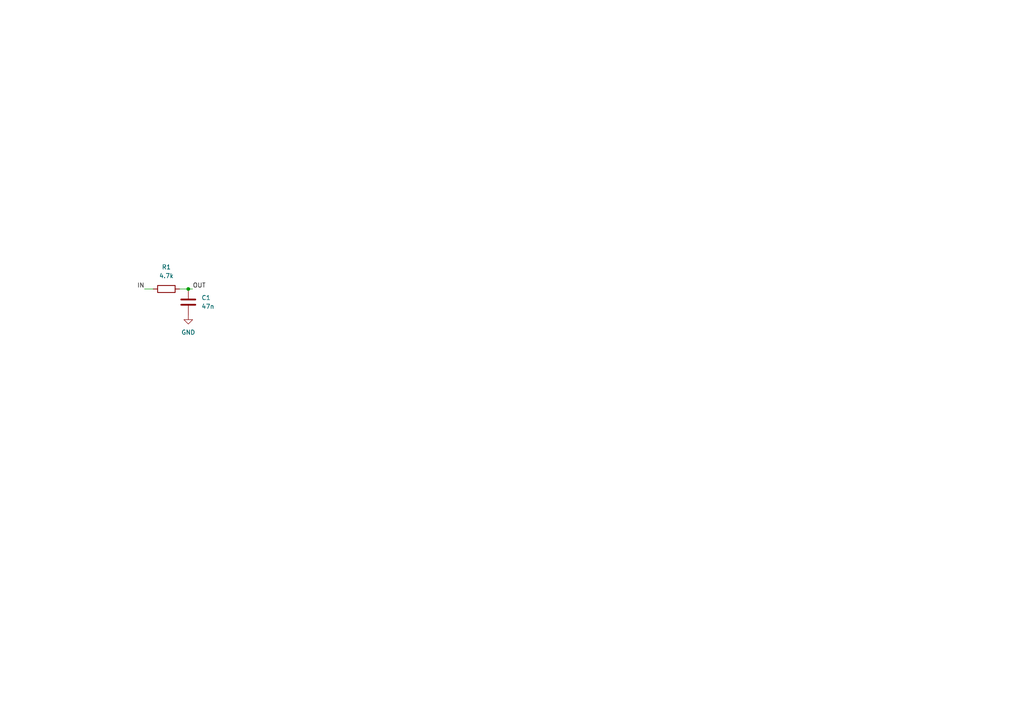
<source format=kicad_sch>
(kicad_sch (version 20211123) (generator eeschema)
  (paper "A4")
  (lib_symbols
    (symbol "Device:C" (pin_numbers hide) (pin_names (offset 0.254))
      (property "Reference" "C" (at 0.635 2.54 0))
      (property "Value" "C" (at 0.635 -2.54 0))
      (symbol "C_0_1"
        (polyline (pts (xy -2.032 -0.762) (xy 2.032 -0.762)) (stroke (width 0.508)))
        (polyline (pts (xy -2.032 0.762) (xy 2.032 0.762)) (stroke (width 0.508)))
      )
      (symbol "C_1_1"
        (pin passive line (at 0 3.81 270) (length 2.794) (name "~") (number "1"))
        (pin passive line (at 0 -3.81 90) (length 2.794) (name "~") (number "2"))
      )
    )
    (symbol "Device:R" (pin_numbers hide) (pin_names (offset 0))
      (property "Reference" "R" (at 2.032 0 90))
      (property "Value" "R" (at 0 0 90))
      (symbol "R_0_1"
        (rectangle (start -1.016 -2.54) (end 1.016 2.54) (stroke (width 0.254)))
      )
      (symbol "R_1_1"
        (pin passive line (at 0 3.81 270) (length 1.27) (name "~") (number "1"))
        (pin passive line (at 0 -3.81 90) (length 1.27) (name "~") (number "2"))
      )
    )
    (symbol "power:GND" (power) (pin_names (offset 0))
      (property "Value" "GND" (at 0 -3.81 0))
      (symbol "GND_0_1"
        (polyline (pts (xy 0 0) (xy 0 -1.27) (xy 1.27 -1.27) (xy 0 -2.54) (xy -1.27 -1.27) (xy 0 -1.27)))
      )
      (symbol "GND_1_1"
        (pin power_in line (at 0 0 270) (length 0) hide (name "GND") (number "1"))
      )
    )
  )
  (junction (at 54.61 83.82))
  (wire (pts (xy 54.61 83.82) (xy 55.88 83.82)))
  (wire (pts (xy 41.91 83.82) (xy 44.45 83.82)))
  (wire (pts (xy 52.07 83.82) (xy 54.61 83.82)))
  (label "IN" (at 41.91 83.82 180))
  (label "OUT" (at 55.88 83.82 0))
  (symbol (lib_id "Device:R") (at 48.26 83.82 90) (unit 1)
    (property "Reference" "R1" (at 48.26 77.47 90))
    (property "Value" "4.7k" (at 48.26 80.01 90))
  )
  (symbol (lib_id "power:GND") (at 54.61 91.44 0) (unit 1)
    (property "Reference" "#PWR01" (effects hide))
    (property "Value" "GND" (at 54.61 96.404 0))
  )
  (symbol (lib_id "Device:C") (at 54.61 87.63 0) (unit 1)
    (property "Reference" "C1" (at 58.42 86.3599 0) (effects (justify left)))
    (property "Value" "47n" (at 58.42 88.8999 0) (effects (justify left)))
  )
)
</source>
